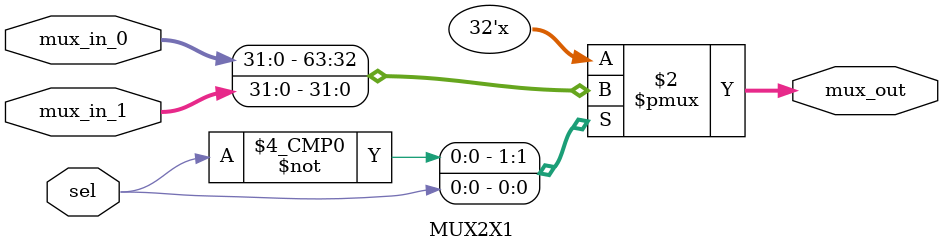
<source format=v>
module MUX2X1 #(
    parameter WIDTH = 32
) (
    input [WIDTH-1:0] mux_in_0,
    input [WIDTH-1:0] mux_in_1,
    input sel,

    output reg [WIDTH-1:0] mux_out
);
  always @(*) begin
    case (sel)
      1'b0: mux_out = mux_in_0;
      1'b1: mux_out = mux_in_1;
    endcase
  end
endmodule

</source>
